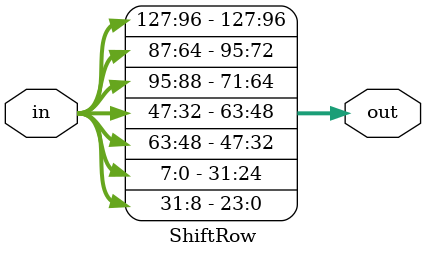
<source format=v>
`timescale 1ns / 1ps


//ShiftRows
//( 1 2 3 4 )      not changed
//( 2 3 4 1 )      Circular <<1
//( 3 4 1 2 )      Circular <<2
//( 4 1 2 3 )      Circular <<3
//////////////////////////////////////////////////////////////////////////////////


module ShiftRow(in,out);
    input [127:0] in;
    output [127:0] out;
    reg [127:0] out;
    integer i;
    always@(in) begin
//  store start from LSB to MSB

/*
    out[31:0]=in[31:0];
    out[63:32]={in[39:32],in[63:56],in[55:48],in[47:40]};
    out[95:64]={in[79:72],in[71:64],in[95:88],in[87:80]};
    out[127:96]={in[119:112],in[111:104],in[103:96],in[127:120]};
    */
    
// store start from MSB to LSB
    out[127:96]=in[127:96];
    out[95:64]={in[87:80],in[79:72],in[71:64],in[95:88]};
    out[63:32]={in[47:40],in[39:32],in[63:56],in[55:48]};
    out[31:0]={in[7:0],in[31:24],in[23:16],in[15:8]};
    
    end
endmodule

</source>
